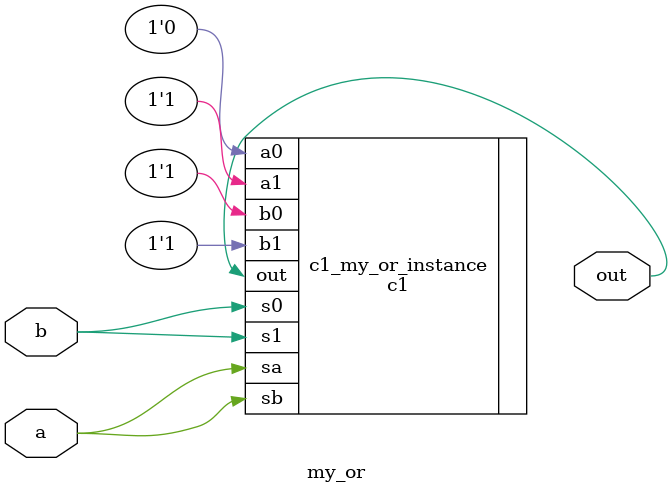
<source format=v>
module my_or (
    input a, b,
    output out
);
    c1 c1_my_or_instance(.a0(1'b0), .a1(1'b1), .sa(a), .b0(1'b1), .b1(1'b1), .sb(a), .s0(b), .s1(b), .out(out));
    
endmodule
</source>
